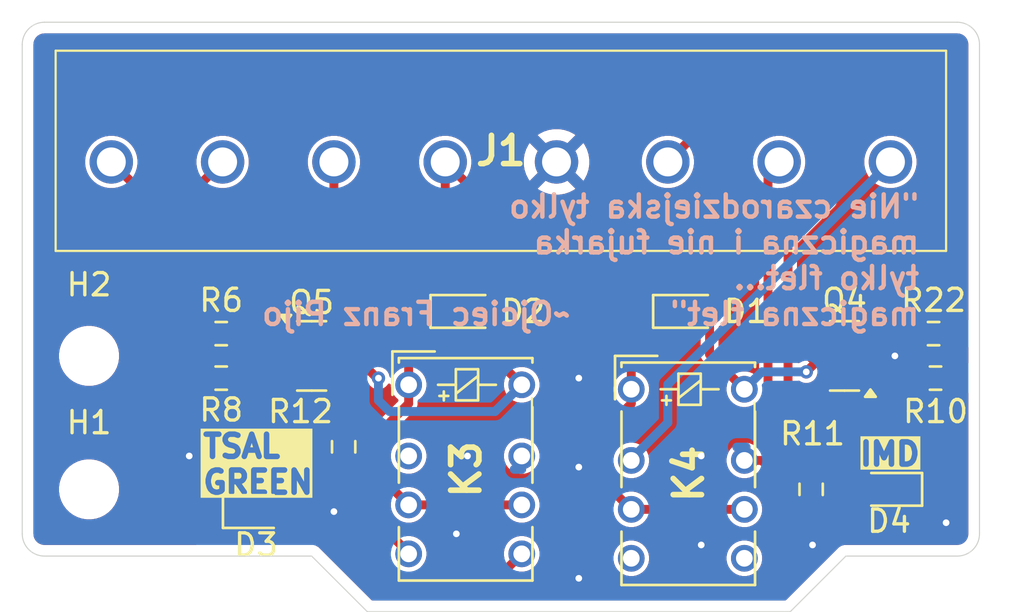
<source format=kicad_pcb>
(kicad_pcb (version 20241229) (generator "pcbnew") (generator_version "9.0")
  (layers (0 "F.Cu" signal) (2 "B.Cu" signal) (13 "F.Paste" user) (15 "B.Paste" user) (5 "F.SilkS" user "F.Silkscreen") (7 "B.SilkS" user "B.Silkscreen") (1 "F.Mask" user) (3 "B.Mask" user) (25 "Edge.Cuts" user))
  (net 0 "")
  (net 1 "+24V")
  (net 2 "/TSAL_COLUMN")
  (net 3 "GND")
  (net 4 "/TSAL_GREEN")
  (net 5 "/IMD")
  (net 6 "/IMD_LED")
  (net 7 "/IMD_COLUMN")
  (net 8 "unconnected-(K3-NC_2-Pad7)")
  (net 9 "/TSAL_LED")
  (net 11 "Net-(K3-NO_1)")
  (net 13 "Net-(K4-NC_2)")
  (net 15 "Net-(Q4-G)")
  (net 16 "Net-(Q5-G)")
  (net 17 "Net-(D1-A)")
  (net 18 "Net-(D2-A)")
  (footprint "Package_TO_SOT_SMD:SOT-23" (layer "F.Cu") (at 95 74)
    (property "Reference" "Q5" (at 0 -2.4 0) (layer "F.SilkS"))
    (property "Value" "~")
    (fp_line (start 0 -1.56) (end -0.65 -1.56) (stroke (width 0.12)) (layer "F.SilkS"))
    (fp_line (start 0 -1.56) (end 0.65 -1.56) (stroke (width 0.12)) (layer "F.SilkS"))
    (fp_line (start 0 1.56) (end -0.65 1.56) (stroke (width 0.12)) (layer "F.SilkS"))
    (fp_line (start 0 1.56) (end 0.65 1.56) (stroke (width 0.12)) (layer "F.SilkS"))
    (fp_poly (pts (xy -1.1625 -1.51) (xy -1.4025 -1.84) (xy -0.9225 -1.84)) (stroke (width 0.12)) (fill yes) (layer "F.SilkS"))
    (pad "1" smd roundrect (at -0.9375 -0.95) (size 1.475 0.6) (layers "F.Cu" "F.Mask" "F.Paste") (net 16 "Net-(Q5-G)"))
    (pad "2" smd roundrect (at -0.9375 0.95) (size 1.475 0.6) (layers "F.Cu" "F.Mask" "F.Paste") (net 3 "GND"))
    (pad "3" smd roundrect (at 0.9375 0) (size 1.475 0.6) (layers "F.Cu" "F.Mask" "F.Paste") (net 18 "Net-(D2-A)"))
  )
  (footprint "Include:IM23TS" (layer "F.Cu") (at 101.9375 79.1 -90)
    (property "Reference" "K3" (at 0 0 90) (layer "F.SilkS") (effects (font (size 1.27 1.27) (thickness 0.254))))
    (property "Value" "IM07DTS" (hide yes))
    (fp_line (start -5.3 3.31) (end -5.3 1.41) (stroke (width 0.12)) (layer "F.SilkS"))
    (fp_line (start -3.35 3.31) (end -5.3 3.31) (stroke (width 0.12)) (layer "F.SilkS"))
    (fp_line (start -5 3.02) (end -4.8 3.02) (stroke (width 0.12)) (layer "F.SilkS"))
    (fp_line (start -2.8 3.02) (end 0.6 3.02) (stroke (width 0.12)) (layer "F.SilkS"))
    (fp_line (start 2.6 3.02) (end 5 3.02) (stroke (width 0.12)) (layer "F.SilkS"))
    (fp_line (start 5 3.02) (end 5 -2.98) (stroke (width 0.12)) (layer "F.SilkS"))
    (fp_line (start -3.5 1) (end -3.1 1) (stroke (width 0.12)) (layer "F.SilkS"))
    (fp_line (start -3.3 0.8) (end -3.3 1.2) (stroke (width 0.12)) (layer "F.SilkS"))
    (fp_line (start -4.5 0.46) (end -3.1 0.46) (stroke (width 0.12)) (layer "F.SilkS"))
    (fp_line (start -3.8 0.46) (end -3.8 1.26) (stroke (width 0.12)) (layer "F.SilkS"))
    (fp_line (start -3.4 0.46) (end -4.2 -0.54) (stroke (width 0.12)) (layer "F.SilkS"))
    (fp_line (start -4.5 -0.54) (end -4.5 0.46) (stroke (width 0.12)) (layer "F.SilkS"))
    (fp_line (start -3.8 -0.54) (end -3.8 -1.34) (stroke (width 0.12)) (layer "F.SilkS"))
    (fp_line (start -3.1 -0.54) (end -3.1 0.46) (stroke (width 0.12)) (layer "F.SilkS"))
    (fp_line (start -3.1 -0.54) (end -4.5 -0.54) (stroke (width 0.12)) (layer "F.SilkS"))
    (fp_line (start -3.2 -2.96) (end -1.2 -2.96) (stroke (width 0.1)) (layer "F.SilkS"))
    (fp_line (start -5 -2.98) (end -5 3.02) (stroke (width 0.12)) (layer "F.SilkS"))
    (fp_line (start -4.8 -2.98) (end -5 -2.98) (stroke (width 0.12)) (layer "F.SilkS"))
    (fp_line (start -2.8 -2.98) (end 0.6 -2.98) (stroke (width 0.12)) (layer "F.SilkS"))
    (fp_line (start 5 -2.98) (end 2.6 -2.98) (stroke (width 0.12)) (layer "F.SilkS"))
    (pad "1" thru_hole circle (at -3.8 2.58 270) (size 1.2 1.2) (drill 0.75) (layers "*.Cu" "*.Mask") (net 1 "+24V"))
    (pad "2" thru_hole circle (at -0.6 2.58 270) (size 1.2 1.2) (drill 0.75) (layers "*.Cu" "*.Mask"))
    (pad "3" thru_hole circle (at 1.6 2.58 270) (size 1.2 1.2) (drill 0.75) (layers "*.Cu" "*.Mask") (net 1 "+24V"))
    (pad "4" thru_hole circle (at 3.8 2.58 270) (size 1.2 1.2) (drill 0.75) (layers "*.Cu" "*.Mask") (net 11 "Net-(K3-NO_1)"))
    (pad "5" thru_hole circle (at 3.8 -2.5 270) (size 1.2 1.2) (drill 0.75) (layers "*.Cu" "*.Mask") (net 2 "/TSAL_COLUMN"))
    (pad "6" thru_hole circle (at 1.6 -2.5 270) (size 1.2 1.2) (drill 0.75) (layers "*.Cu" "*.Mask") (net 1 "+24V"))
    (pad "7" thru_hole circle (at -0.6 -2.5 270) (size 1.2 1.2) (drill 0.75) (layers "*.Cu" "*.Mask") (net 8 "unconnected-(K3-NC_2-Pad7)"))
    (pad "8" thru_hole circle (at -3.8 -2.5 270) (size 1.2 1.2) (drill 0.75) (layers "*.Cu" "*.Mask") (net 18 "Net-(D2-A)"))
  )
  (footprint "Diode_SMD:D_0603_1608Metric_Pad1.05x0.95mm_HandSolder" (layer "F.Cu") (at 102 72)
    (property "Reference" "D2" (at 2.5 0 0) (layer "F.SilkS"))
    (property "Value" "D")
    (fp_line (start -1.66 -0.735) (end -1.66 0.735) (stroke (width 0.12)) (layer "F.SilkS"))
    (fp_line (start -1.66 0.735) (end 0.8 0.735) (stroke (width 0.12)) (layer "F.SilkS"))
    (fp_line (start 0.8 -0.735) (end -1.66 -0.735) (stroke (width 0.12)) (layer "F.SilkS"))
    (pad "1" smd roundrect (at -0.875 0) (size 1.05 0.95) (layers "F.Cu" "F.Mask" "F.Paste") (net 1 "+24V"))
    (pad "2" smd roundrect (at 0.875 0) (size 1.05 0.95) (layers "F.Cu" "F.Mask" "F.Paste") (net 18 "Net-(D2-A)"))
  )
  (footprint "Resistor_SMD:R_0603_1608Metric_Pad0.98x0.95mm_HandSolder" (layer "F.Cu") (at 96.4375 78.0875 -90)
    (property "Reference" "R12" (at -1.5875 1.9375 180) (layer "F.SilkS"))
    (property "Value" "1K" (hide yes))
    (fp_line (start -0.254724 0.5225) (end 0.254724 0.5225) (stroke (width 0.12)) (layer "F.SilkS"))
    (fp_line (start -0.254724 -0.5225) (end 0.254724 -0.5225) (stroke (width 0.12)) (layer "F.SilkS"))
    (pad "1" smd roundrect (at -0.9125 0 270) (size 0.975 0.95) (layers "F.Cu" "F.Mask" "F.Paste") (net 9 "/TSAL_LED"))
    (pad "2" smd roundrect (at 0.9125 0 270) (size 0.975 0.95) (layers "F.Cu" "F.Mask" "F.Paste") (net 11 "Net-(K3-NO_1)"))
  )
  (footprint "Diode_SMD:D_0603_1608Metric_Pad1.05x0.95mm_HandSolder" (layer "F.Cu") (at 112 72)
    (property "Reference" "D1" (at 2.5 0 0) (layer "F.SilkS"))
    (property "Value" "D")
    (fp_line (start -1.66 -0.735) (end -1.66 0.735) (stroke (width 0.12)) (layer "F.SilkS"))
    (fp_line (start -1.66 0.735) (end 0.8 0.735) (stroke (width 0.12)) (layer "F.SilkS"))
    (fp_line (start 0.8 -0.735) (end -1.66 -0.735) (stroke (width 0.12)) (layer "F.SilkS"))
    (pad "1" smd roundrect (at -0.875 0) (size 1.05 0.95) (layers "F.Cu" "F.Mask" "F.Paste") (net 1 "+24V"))
    (pad "2" smd roundrect (at 0.875 0) (size 1.05 0.95) (layers "F.Cu" "F.Mask" "F.Paste") (net 17 "Net-(D1-A)"))
  )
  (footprint "Include:IM23TS" (layer "F.Cu") (at 111.9375 79.3 -90)
    (property "Reference" "K4" (at 0 0 90) (layer "F.SilkS") (effects (font (size 1.27 1.27) (thickness 0.254))))
    (property "Value" "IM07DTS" (hide yes))
    (fp_line (start -5.3 3.31) (end -5.3 1.41) (stroke (width 0.12)) (layer "F.SilkS"))
    (fp_line (start -3.35 3.31) (end -5.3 3.31) (stroke (width 0.12)) (layer "F.SilkS"))
    (fp_line (start -5 3.02) (end -4.8 3.02) (stroke (width 0.12)) (layer "F.SilkS"))
    (fp_line (start -2.8 3.02) (end 0.6 3.02) (stroke (width 0.12)) (layer "F.SilkS"))
    (fp_line (start 2.6 3.02) (end 5 3.02) (stroke (width 0.12)) (layer "F.SilkS"))
    (fp_line (start 5 3.02) (end 5 -2.98) (stroke (width 0.12)) (layer "F.SilkS"))
    (fp_line (start -3.5 1) (end -3.1 1) (stroke (width 0.12)) (layer "F.SilkS"))
    (fp_line (start -3.3 0.8) (end -3.3 1.2) (stroke (width 0.12)) (layer "F.SilkS"))
    (fp_line (start -4.5 0.46) (end -3.1 0.46) (stroke (width 0.12)) (layer "F.SilkS"))
    (fp_line (start -3.8 0.46) (end -3.8 1.26) (stroke (width 0.12)) (layer "F.SilkS"))
    (fp_line (start -3.4 0.46) (end -4.2 -0.54) (stroke (width 0.12)) (layer "F.SilkS"))
    (fp_line (start -4.5 -0.54) (end -4.5 0.46) (stroke (width 0.12)) (layer "F.SilkS"))
    (fp_line (start -3.8 -0.54) (end -3.8 -1.34) (stroke (width 0.12)) (layer "F.SilkS"))
    (fp_line (start -3.1 -0.54) (end -3.1 0.46) (stroke (width 0.12)) (layer "F.SilkS"))
    (fp_line (start -3.1 -0.54) (end -4.5 -0.54) (stroke (width 0.12)) (layer "F.SilkS"))
    (fp_line (start -3.2 -2.96) (end -1.2 -2.96) (stroke (width 0.1)) (layer "F.SilkS"))
    (fp_line (start -5 -2.98) (end -5 3.02) (stroke (width 0.12)) (layer "F.SilkS"))
    (fp_line (start -4.8 -2.98) (end -5 -2.98) (stroke (width 0.12)) (layer "F.SilkS"))
    (fp_line (start -2.8 -2.98) (end 0.6 -2.98) (stroke (width 0.12)) (layer "F.SilkS"))
    (fp_line (start 5 -2.98) (end 2.6 -2.98) (stroke (width 0.12)) (layer "F.SilkS"))
    (pad "1" thru_hole circle (at -3.8 2.58 270) (size 1.2 1.2) (drill 0.75) (layers "*.Cu" "*.Mask") (net 1 "+24V"))
    (pad "2" thru_hole circle (at -0.6 2.58 270) (size 1.2 1.2) (drill 0.75) (layers "*.Cu" "*.Mask") (net 7 "/IMD_COLUMN"))
    (pad "3" thru_hole circle (at 1.6 2.58 270) (size 1.2 1.2) (drill 0.75) (layers "*.Cu" "*.Mask") (net 1 "+24V"))
    (pad "4" thru_hole circle (at 3.8 2.58 270) (size 1.2 1.2) (drill 0.75) (layers "*.Cu" "*.Mask"))
    (pad "5" thru_hole circle (at 3.8 -2.5 270) (size 1.2 1.2) (drill 0.75) (layers "*.Cu" "*.Mask"))
    (pad "6" thru_hole circle (at 1.6 -2.5 270) (size 1.2 1.2) (drill 0.75) (layers "*.Cu" "*.Mask") (net 1 "+24V"))
    (pad "7" thru_hole circle (at -0.6 -2.5 270) (size 1.2 1.2) (drill 0.75) (layers "*.Cu" "*.Mask") (net 13 "Net-(K4-NC_2)"))
    (pad "8" thru_hole circle (at -3.8 -2.5 270) (size 1.2 1.2) (drill 0.75) (layers "*.Cu" "*.Mask") (net 17 "Net-(D1-A)"))
  )
  (footprint "LED_SMD:LED_0603_1608Metric" (layer "F.Cu") (at 120.9375 80 180)
    (property "Reference" "D4" (at 0 -1.43 0) (layer "F.SilkS"))
    (property "Value" "LED")
    (fp_line (start 0.8 -0.735) (end -1.485 -0.735) (stroke (width 0.12)) (layer "F.SilkS"))
    (fp_line (start -1.485 0.735) (end 0.8 0.735) (stroke (width 0.12)) (layer "F.SilkS"))
    (fp_line (start -1.485 -0.735) (end -1.485 0.735) (stroke (width 0.12)) (layer "F.SilkS"))
    (pad "1" smd roundrect (at -0.7875 0 180) (size 0.875 0.95) (layers "F.Cu" "F.Mask" "F.Paste") (net 3 "GND"))
    (pad "2" smd roundrect (at 0.7875 0 180) (size 0.875 0.95) (layers "F.Cu" "F.Mask" "F.Paste") (net 6 "/IMD_LED"))
  )
  (footprint "Resistor_SMD:R_0603_1608Metric_Pad0.98x0.95mm_HandSolder" (layer "F.Cu") (at 122.9375 73 180)
    (property "Reference" "R22" (at 0 1.5 0) (layer "F.SilkS"))
    (property "Value" "10k" (hide yes))
    (fp_line (start -0.254724 0.5225) (end 0.254724 0.5225) (stroke (width 0.12)) (layer "F.SilkS"))
    (fp_line (start -0.254724 -0.5225) (end 0.254724 -0.5225) (stroke (width 0.12)) (layer "F.SilkS"))
    (pad "1" smd roundrect (at -0.9125 0 180) (size 0.975 0.95) (layers "F.Cu" "F.Mask" "F.Paste") (net 15 "Net-(Q4-G)"))
    (pad "2" smd roundrect (at 0.9125 0 180) (size 0.975 0.95) (layers "F.Cu" "F.Mask" "F.Paste") (net 3 "GND"))
  )
  (footprint "MountingHole:MountingHole_2.2mm_M2" (layer "F.Cu") (at 85 80)
    (property "Reference" "H1" (at 0 -3 0) (layer "F.SilkS"))
    (property "Value" "MountingHole" (hide yes))
    (pad "" np_thru_hole circle (at 0 0) (size 2.2 2.2) (drill 2.2) (layers "*.Cu" "*.Mask"))
  )
  (footprint "Package_TO_SOT_SMD:SOT-23" (layer "F.Cu") (at 118.9375 74 180)
    (property "Reference" "Q4" (at 0 2.5 0) (layer "F.SilkS"))
    (property "Value" "~")
    (fp_line (start 0 1.56) (end 0.65 1.56) (stroke (width 0.12)) (layer "F.SilkS"))
    (fp_line (start 0 1.56) (end -0.65 1.56) (stroke (width 0.12)) (layer "F.SilkS"))
    (fp_line (start 0 -1.56) (end 0.65 -1.56) (stroke (width 0.12)) (layer "F.SilkS"))
    (fp_line (start 0 -1.56) (end -0.65 -1.56) (stroke (width 0.12)) (layer "F.SilkS"))
    (fp_poly (pts (xy -1.1625 -1.51) (xy -1.4025 -1.84) (xy -0.9225 -1.84)) (stroke (width 0.12)) (fill yes) (layer "F.SilkS"))
    (pad "1" smd roundrect (at -0.9375 -0.95 180) (size 1.475 0.6) (layers "F.Cu" "F.Mask" "F.Paste") (net 15 "Net-(Q4-G)"))
    (pad "2" smd roundrect (at -0.9375 0.95 180) (size 1.475 0.6) (layers "F.Cu" "F.Mask" "F.Paste") (net 3 "GND"))
    (pad "3" smd roundrect (at 0.9375 0 180) (size 1.475 0.6) (layers "F.Cu" "F.Mask" "F.Paste") (net 17 "Net-(D1-A)"))
  )
  (footprint "MountingHole:MountingHole_2.2mm_M2" (layer "F.Cu") (at 85 74)
    (property "Reference" "H2" (at 0 -3.2 0) (layer "F.SilkS"))
    (property "Value" "MountingHole" (hide yes))
    (pad "" np_thru_hole circle (at 0 0) (size 2.2 2.2) (drill 2.2) (layers "*.Cu" "*.Mask"))
  )
  (footprint "Resistor_SMD:R_0603_1608Metric_Pad0.98x0.95mm_HandSolder" (layer "F.Cu") (at 90.9375 73 180)
    (property "Reference" "R6" (at 0 1.5 0) (layer "F.SilkS"))
    (property "Value" "100" (hide yes))
    (fp_line (start -0.254724 0.5225) (end 0.254724 0.5225) (stroke (width 0.12)) (layer "F.SilkS"))
    (fp_line (start -0.254724 -0.5225) (end 0.254724 -0.5225) (stroke (width 0.12)) (layer "F.SilkS"))
    (pad "1" smd roundrect (at -0.9125 0 180) (size 0.975 0.95) (layers "F.Cu" "F.Mask" "F.Paste") (net 16 "Net-(Q5-G)"))
    (pad "2" smd roundrect (at 0.9125 0 180) (size 0.975 0.95) (layers "F.Cu" "F.Mask" "F.Paste") (net 4 "/TSAL_GREEN"))
  )
  (footprint "Resistor_SMD:R_0603_1608Metric_Pad0.98x0.95mm_HandSolder" (layer "F.Cu") (at 123.025 75)
    (property "Reference" "R10" (at 0 1.5 0) (layer "F.SilkS"))
    (property "Value" "100" (hide yes))
    (fp_line (start -0.254724 -0.5225) (end 0.254724 -0.5225) (stroke (width 0.12)) (layer "F.SilkS"))
    (fp_line (start -0.254724 0.5225) (end 0.254724 0.5225) (stroke (width 0.12)) (layer "F.SilkS"))
    (pad "1" smd roundrect (at -0.9125 0) (size 0.975 0.95) (layers "F.Cu" "F.Mask" "F.Paste") (net 15 "Net-(Q4-G)"))
    (pad "2" smd roundrect (at 0.9125 0) (size 0.975 0.95) (layers "F.Cu" "F.Mask" "F.Paste") (net 5 "/IMD"))
  )
  (footprint "LED_SMD:LED_0603_1608Metric" (layer "F.Cu") (at 92.5 81)
    (property "Reference" "D3" (at 0 1.5 0) (layer "F.SilkS"))
    (property "Value" "LED" (hide yes))
    (fp_line (start -1.485 -0.735) (end -1.485 0.735) (stroke (width 0.12)) (layer "F.SilkS"))
    (fp_line (start -1.485 0.735) (end 0.8 0.735) (stroke (width 0.12)) (layer "F.SilkS"))
    (fp_line (start 0.8 -0.735) (end -1.485 -0.735) (stroke (width 0.12)) (layer "F.SilkS"))
    (pad "1" smd roundrect (at -0.7875 0) (size 0.875 0.95) (layers "F.Cu" "F.Mask" "F.Paste") (net 3 "GND"))
    (pad "2" smd roundrect (at 0.7875 0) (size 0.875 0.95) (layers "F.Cu" "F.Mask" "F.Paste") (net 9 "/TSAL_LED"))
  )
  (footprint "Resistor_SMD:R_0603_1608Metric_Pad0.98x0.95mm_HandSolder" (layer "F.Cu") (at 90.9375 75 180)
    (property "Reference" "R8" (at 0 -1.43 0) (layer "F.SilkS"))
    (property "Value" "10k")
    (fp_line (start -0.254724 0.5225) (end 0.254724 0.5225) (stroke (width 0.12)) (layer "F.SilkS"))
    (fp_line (start -0.254724 -0.5225) (end 0.254724 -0.5225) (stroke (width 0.12)) (layer "F.SilkS"))
    (pad "1" smd roundrect (at -0.9125 0 180) (size 0.975 0.95) (layers "F.Cu" "F.Mask" "F.Paste") (net 3 "GND"))
    (pad "2" smd roundrect (at 0.9125 0 180) (size 0.975 0.95) (layers "F.Cu" "F.Mask" "F.Paste") (net 16 "Net-(Q5-G)"))
  )
  (footprint "Include:TB00150008BE" (layer "F.Cu") (at 86 65.28)
    (property "Reference" "J1" (at 17.5 -0.5 0) (layer "F.SilkS") (effects (font (size 1.27 1.27) (thickness 0.254))))
    (property "Value" "Screw_Terminal_01x08" (hide yes))
    (fp_line (start -2.5 -5) (end 37.5 -5) (stroke (width 0.1)) (layer "F.SilkS"))
    (fp_line (start -2.5 4) (end -2.5 -5) (stroke (width 0.1)) (layer "F.SilkS"))
    (fp_line (start 37.5 -5) (end 37.5 4) (stroke (width 0.1)) (layer "F.SilkS"))
    (fp_line (start 37.5 4) (end -2.5 4) (stroke (width 0.1)) (layer "F.SilkS"))
    (pad "1" thru_hole circle (at 0 0) (size 1.95 1.95) (drill 1.3) (layers "*.Cu" "*.Mask") (net 2 "/TSAL_COLUMN"))
    (pad "2" thru_hole circle (at 5 0) (size 1.95 1.95) (drill 1.3) (layers "*.Cu" "*.Mask") (net 9 "/TSAL_LED"))
    (pad "3" thru_hole circle (at 10 0) (size 1.95 1.95) (drill 1.3) (layers "*.Cu" "*.Mask") (net 4 "/TSAL_GREEN"))
    (pad "4" thru_hole circle (at 15 0) (size 1.95 1.95) (drill 1.3) (layers "*.Cu" "*.Mask") (net 1 "+24V"))
    (pad "5" thru_hole circle (at 20 0) (size 1.95 1.95) (drill 1.3) (layers "*.Cu" "*.Mask") (net 3 "GND"))
    (pad "6" thru_hole circle (at 25 0) (size 1.95 1.95) (drill 1.3) (layers "*.Cu" "*.Mask") (net 5 "/IMD"))
    (pad "7" thru_hole circle (at 30 0) (size 1.95 1.95) (drill 1.3) (layers "*.Cu" "*.Mask") (net 6 "/IMD_LED"))
    (pad "8" thru_hole circle (at 35 0) (size 1.95 1.95) (drill 1.3) (layers "*.Cu" "*.Mask") (net 7 "/IMD_COLUMN"))
  )
  (footprint "Resistor_SMD:R_0603_1608Metric_Pad0.98x0.95mm_HandSolder" (layer "F.Cu") (at 117.4375 80 -90)
    (property "Reference" "R11" (at -2.5 -0.0625 180) (layer "F.SilkS"))
    (property "Value" "1K" (hide yes))
    (fp_line (start -0.254724 0.5225) (end 0.254724 0.5225) (stroke (width 0.12)) (layer "F.SilkS"))
    (fp_line (start -0.254724 -0.5225) (end 0.254724 -0.5225) (stroke (width 0.12)) (layer "F.SilkS"))
    (pad "1" smd roundrect (at -0.9125 0 270) (size 0.975 0.95) (layers "F.Cu" "F.Mask" "F.Paste") (net 6 "/IMD_LED"))
    (pad "2" smd roundrect (at 0.9125 0 270) (size 0.975 0.95) (layers "F.Cu" "F.Mask" "F.Paste") (net 13 "Net-(K4-NC_2)"))
  )
  (gr_line (start 82 60) (end 82 82) (stroke (width 0.05)) (layer "Edge.Cuts"))
  (gr_line (start 97.5 85.5) (end 116.5 85.5) (stroke (width 0.05)) (layer "Edge.Cuts"))
  (gr_line (start 124 59) (end 83 59) (stroke (width 0.05)) (layer "Edge.Cuts"))
  (gr_arc (start 82 60) (mid 82.292893 59.292893) (end 83 59) (stroke (width 0.05)) (layer "Edge.Cuts"))
  (gr_line (start 125 60) (end 125 82) (stroke (width 0.05)) (layer "Edge.Cuts"))
  (gr_line (start 83 83) (end 95 83) (stroke (width 0.05)) (layer "Edge.Cuts"))
  (gr_line (start 119 83) (end 116.5 85.5) (stroke (width 0.05)) (layer "Edge.Cuts"))
  (gr_arc (start 125 82) (mid 124.707107 82.707107) (end 124 83) (stroke (width 0.05)) (layer "Edge.Cuts"))
  (gr_line (start 95 83) (end 97.5 85.5) (stroke (width 0.05)) (layer "Edge.Cuts"))
  (gr_arc (start 124 59) (mid 124.707107 59.292893) (end 125 60) (stroke (width 0.05)) (layer "Edge.Cuts"))
  (gr_arc (start 83 83) (mid 82.292893 82.707107) (end 82 82) (stroke (width 0.05)) (layer "Edge.Cuts"))
  (gr_line (start 124 83) (end 119 83) (stroke (width 0.05)) (layer "Edge.Cuts"))
  (gr_text "IMD" (at 119.5 79 0) (layer "F.SilkS" knockout) (effects (font (size 1 1) (thickness 0.25) (bold yes)) (justify left bottom)))
  (gr_text "TSAL\nGREEN\n" (at 90 80.265 0) (layer "F.SilkS" knockout) (effects (font (size 1 1) (thickness 0.25) (bold yes)) (justify left bottom)))
  (gr_text "{dblquote}Nie czarodziejska tylko\nmagiczna i nie fujarka\ntylko flet...\nmagiczna flet{dblquote}      ~Ojciec Franz Pijo" (at 122.4 72.7 0) (layer "B.SilkS") (effects (font (size 1 1) (thickness 0.2) (bold yes)) (justify left bottom mirror)))
  (segment (start 99.3575 75.3) (end 99.3575 76.1425) (width 0.4) (layer "F.Cu") (net 1))
  (segment (start 109.3575 80.9) (end 114.4375 80.9) (width 0.4) (layer "F.Cu") (net 1))
  (segment (start 99.3575 76.1425) (end 98 77.5) (width 0.4) (layer "F.Cu") (net 1))
  (segment (start 109.3575 76.1425) (end 108 77.5) (width 0.4) (layer "F.Cu") (net 1))
  (segment (start 108 77.5) (end 108 79.5425) (width 0.4) (layer "F.Cu") (net 1))
  (segment (start 101 71.875) (end 101.125 72) (width 0.4) (layer "F.Cu") (net 1))
  (segment (start 109.3575 75.5) (end 109.3575 76.1425) (width 0.4) (layer "F.Cu") (net 1))
  (segment (start 98 79.3425) (end 99.3575 80.7) (width 0.4) (layer "F.Cu") (net 1))
  (segment (start 108 79.5425) (end 109.3575 80.9) (width 0.4) (layer "F.Cu") (net 1))
  (segment (start 109.3575 73.7675) (end 109.3575 75.5) (width 0.4) (layer "F.Cu") (net 1))
  (segment (start 101 65.28) (end 101 71.875) (width 0.4) (layer "F.Cu") (net 1))
  (segment (start 111.125 72) (end 109.3575 73.7675) (width 0.4) (layer "F.Cu") (net 1))
  (segment (start 101.125 72) (end 99.3575 73.7675) (width 0.4) (layer "F.Cu") (net 1))
  (segment (start 114.5175 80.98) (end 114.5175 81.3) (width 0.4) (layer "F.Cu") (net 1))
  (segment (start 107.72 72) (end 101 65.28) (width 0.4) (layer "F.Cu") (net 1))
  (segment (start 99.3575 73.7675) (end 99.3575 75.3) (width 0.4) (layer "F.Cu") (net 1))
  (segment (start 99.3575 80.7) (end 104.4375 80.7) (width 0.4) (layer "F.Cu") (net 1))
  (segment (start 111.125 72) (end 107.72 72) (width 0.4) (layer "F.Cu") (net 1))
  (segment (start 98 77.5) (end 98 79.3425) (width 0.4) (layer "F.Cu") (net 1))
  (segment (start 103.3375 84) (end 104.4375 82.9) (width 0.4) (layer "F.Cu") (net 2))
  (segment (start 97 82) (end 99 84) (width 0.4) (layer "F.Cu") (net 2))
  (segment (start 88 80) (end 90 82) (width 0.4) (layer "F.Cu") (net 2))
  (segment (start 88 67.28) (end 88 80) (width 0.4) (layer "F.Cu") (net 2))
  (segment (start 99 84) (end 103.3375 84) (width 0.4) (layer "F.Cu") (net 2))
  (segment (start 86 65.28) (end 88 67.28) (width 0.4) (layer "F.Cu") (net 2))
  (segment (start 90 82) (end 97 82) (width 0.4) (layer "F.Cu") (net 2))
  (via (at 112.5 78.5) (size 0.6) (drill 0.3) (layers "F.Cu" "B.Cu") (net 3))
  (via (at 107 79) (size 0.6) (drill 0.3) (layers "F.Cu" "B.Cu") (net 3))
  (via (at 117.5 82.5) (size 0.6) (drill 0.3) (layers "F.Cu" "B.Cu") (net 3))
  (via (at 121.2 74) (size 0.6) (drill 0.3) (layers "F.Cu" "B.Cu") (net 3))
  (via (at 123.5 81.5) (size 0.6) (drill 0.3) (layers "F.Cu" "B.Cu") (net 3))
  (via (at 101.5 82) (size 0.6) (drill 0.3) (layers "F.Cu" "B.Cu") (net 3))
  (via (at 89.5 78.5) (size 0.6) (drill 0.3) (layers "F.Cu" "B.Cu") (net 3))
  (via (at 96 81) (size 0.6) (drill 0.3) (layers "F.Cu" "B.Cu") (net 3))
  (via (at 107 75) (size 0.6) (drill 0.3) (layers "F.Cu" "B.Cu") (net 3))
  (via (at 112.5 82.5) (size 0.6) (drill 0.3) (layers "F.Cu" "B.Cu") (net 3))
  (via (at 102 78.5) (size 0.6) (drill 0.3) (layers "F.Cu" "B.Cu") (net 3))
  (via (at 107 84) (size 0.6) (drill 0.3) (layers "F.Cu" "B.Cu") (net 3))
  (segment (start 96 65.28) (end 96 67.025) (width 0.4) (layer "F.Cu") (net 4))
  (segment (start 96 67.025) (end 90.025 73) (width 0.4) (layer "F.Cu") (net 4))
  (segment (start 117.4 76.8) (end 116.4 75.8) (width 0.4) (layer "F.Cu") (net 5))
  (segment (start 123.9375 75) (end 123.9375 75.4625) (width 0.4) (layer "F.Cu") (net 5))
  (segment (start 113.68 62.6) (end 111 65.28) (width 0.4) (layer "F.Cu") (net 5))
  (segment (start 123.9375 75.4625) (end 122.6 76.8) (width 0.4) (layer "F.Cu") (net 5))
  (segment (start 122.6 76.8) (end 117.4 76.8) (width 0.4) (layer "F.Cu") (net 5))
  (segment (start 118.2 67) (end 118.2 64) (width 0.4) (layer "F.Cu") (net 5))
  (segment (start 116.4 75.8) (end 116.4 68.8) (width 0.4) (layer "F.Cu") (net 5))
  (segment (start 118.2 64) (end 116.8 62.6) (width 0.4) (layer "F.Cu") (net 5))
  (segment (start 116.8 62.6) (end 113.68 62.6) (width 0.4) (layer "F.Cu") (net 5))
  (segment (start 116.4 68.8) (end 118.2 67) (width 0.4) (layer "F.Cu") (net 5))
  (segment (start 117.4375 79.0875) (end 117.4375 77.9375) (width 0.4) (layer "F.Cu") (net 6))
  (segment (start 118.525 80) (end 117.4375 78.9125) (width 0.4) (layer "F.Cu") (net 6))
  (segment (start 115.5 65.78) (end 116 65.28) (width 0.4) (layer "F.Cu") (net 6))
  (segment (start 120.15 80) (end 118.525 80) (width 0.4) (layer "F.Cu") (net 6))
  (segment (start 115.5 76) (end 115.5 65.78) (width 0.4) (layer "F.Cu") (net 6))
  (segment (start 117.4375 77.9375) (end 115.5 76) (width 0.4) (layer "F.Cu") (net 6))
  (segment (start 111 77) (end 109.3575 78.6425) (width 0.4) (layer "B.Cu") (net 7))
  (segment (start 109.3575 78.6425) (end 109.3575 78.7) (width 0.4) (layer "B.Cu") (net 7))
  (segment (start 111 75.28) (end 111 77) (width 0.4) (layer "B.Cu") (net 7))
  (segment (start 121 65.28) (end 111 75.28) (width 0.4) (layer "B.Cu") (net 7))
  (segment (start 104.1 79.1) (end 104.4375 79.1) (width 0.4) (layer "B.Cu") (net 8))
  (segment (start 90.175 77.175) (end 89 76) (width 0.4) (layer "F.Cu") (net 9))
  (segment (start 93.2875 79.4625) (end 93.2875 81) (width 0.4) (layer "F.Cu") (net 9))
  (segment (start 89 76) (end 89 67.28) (width 0.4) (layer "F.Cu") (net 9))
  (segment (start 96.4375 77.175) (end 91 77.175) (width 0.4) (layer "F.Cu") (net 9))
  (segment (start 91 77.175) (end 90.175 77.175) (width 0.4) (layer "F.Cu") (net 9))
  (segment (start 91 77.175) (end 93.2875 79.4625) (width 0.4) (layer "F.Cu") (net 9))
  (segment (start 89 67.28) (end 91 65.28) (width 0.4) (layer "F.Cu") (net 9))
  (segment (start 99.3575 82.8575) (end 96.4375 79.9375) (width 0.4) (layer "F.Cu") (net 11))
  (segment (start 96.4375 79.9375) (end 96.4375 79) (width 0.4) (layer "F.Cu") (net 11))
  (segment (start 99.3575 82.9) (end 99.3575 82.8575) (width 0.4) (layer "F.Cu") (net 11))
  (segment (start 117.4375 81.0625) (end 117.4375 80.9125) (width 0.4) (layer "F.Cu") (net 13))
  (segment (start 114.4375 78.7) (end 115.225 78.7) (width 0.4) (layer "F.Cu") (net 13))
  (segment (start 115.225 78.7) (end 117.4375 80.9125) (width 0.4) (layer "F.Cu") (net 13))
  (segment (start 114.1 78.1) (end 114.5175 78.1) (width 0.4) (layer "B.Cu") (net 13))
  (segment (start 119.875 74.95) (end 122.0625 74.95) (width 0.4) (layer "F.Cu") (net 15))
  (segment (start 122.1125 75) (end 122.1125 74.7375) (width 0.4) (layer "F.Cu") (net 15))
  (segment (start 122.1125 74.7375) (end 123.85 73) (width 0.4) (layer "F.Cu") (net 15))
  (segment (start 122.0625 74.95) (end 122.1125 75) (width 0.4) (layer "F.Cu") (net 15))
  (segment (start 91.85 73.175) (end 90.025 75) (width 0.4) (layer "F.Cu") (net 16))
  (segment (start 91.85 73) (end 91.85 73.175) (width 0.4) (layer "F.Cu") (net 16))
  (segment (start 94.0125 73) (end 94.0625 73.05) (width 0.4) (layer "F.Cu") (net 16))
  (segment (start 91.85 73) (end 94.0125 73) (width 0.4) (layer "F.Cu") (net 16))
  (segment (start 112.875 72) (end 112.875 73.9375) (width 0.4) (layer "F.Cu") (net 17))
  (segment (start 117.9375 74) (end 118 74) (width 0.4) (layer "F.Cu") (net 17))
  (segment (start 117.21875 74.71875) (end 117.9375 74) (width 0.4) (layer "F.Cu") (net 17))
  (segment (start 112.875 73.9375) (end 114.4375 75.5) (width 0.4) (layer "F.Cu") (net 17))
  (via (at 117.21875 74.71875) (size 0.6) (drill 0.3) (layers "F.Cu" "B.Cu") (net 17))
  (segment (start 115.21875 74.71875) (end 117.21875 74.71875) (width 0.4) (layer "B.Cu") (net 17))
  (segment (start 114.4375 75.5) (end 115.21875 74.71875) (width 0.4) (layer "B.Cu") (net 17))
  (segment (start 102.875 73.7375) (end 104.4375 75.3) (width 0.4) (layer "F.Cu") (net 18))
  (segment (start 96.9375 74) (end 97.9375 75) (width 0.4) (layer "F.Cu") (net 18))
  (segment (start 102.875 72) (end 102.875 73.7375) (width 0.4) (layer "F.Cu") (net 18))
  (segment (start 95.9375 74) (end 96.9375 74) (width 0.4) (layer "F.Cu") (net 18))
  (segment (start 97.9375 75) (end 98 75) (width 0.4) (layer "F.Cu") (net 18))
  (via (at 98 75) (size 0.6) (drill 0.3) (layers "F.Cu" "B.Cu") (net 18))
  (segment (start 98 76) (end 98.5 76.5) (width 0.4) (layer "B.Cu") (net 18))
  (segment (start 98.5 76.5) (end 103.2375 76.5) (width 0.4) (layer "B.Cu") (net 18))
  (segment (start 103.2375 76.5) (end 104.4375 75.3) (width 0.4) (layer "B.Cu") (net 18))
  (segment (start 98 75) (end 98 76) (width 0.4) (layer "B.Cu") (net 18))
  (zone (net 3) (net_name "GND") (layers "F.Cu" "B.Cu") (connect_pads (clearance 0.2)) (min_thickness 0.15) (fill yes (thermal_gap 0.5) (thermal_bridge_width 0.5))
    (polygon (pts (xy 81 58) (xy 81 85.5) (xy 127 85.5) (xy 127 58)))
  )
)
</source>
